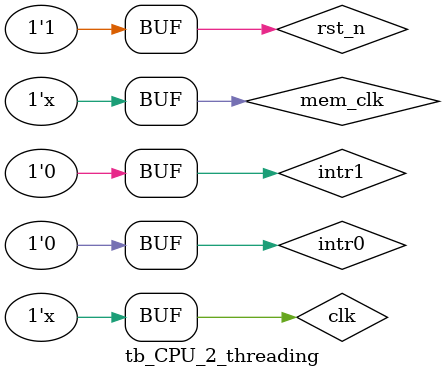
<source format=v>
module tb_CPU_2_threading;
    reg clk,mem_clk,rst_n;
    reg intr0,intr1;
    wire [31:0] pc0,inst0;
    wire [31:0] ealu0,malu0,walu0;
    wire [31:0] pc1,inst1;
    wire [31:0] ealu1,malu1,walu1;
    wire [4:0] wn;
    wire [31:0] wd;
    wire ww0;
    wire ww1;
    wire stall_lw0,stall_fp0,stall_lwc10,stall_swc10,stall_div_sqrt0;
    wire stall_lw1,stall_fp1,stall_lwc11,stall_swc11,stall_div_sqrt1;
    wire inta0,inta1;
    wire fasmds0,fasmds1;
    wire [4:0] count_div,count_sqrt;
    wire [4:0] e1n,e2n,e3n;
    wire [31:0] e3d;
    wire e;
    //wire fasmds;
    //wire inta;

    wire dt,count,wf0,wf1,wf,e1w,e2w,e3w,e1w0;
    wire st0,st1;

    initial begin
        clk<=1'b1;
        mem_clk<=1'b1;
        rst_n<=1'b0;
        intr0<=1'b0;
        intr1<=1'b0;
        #2 rst_n<=1'b1;
    end

    always #10 clk<=~clk;
    always #10 mem_clk<=~mem_clk;

    CPU_FPU_IU_2_thread CPU  (.clk(clk),.mem_clk(mem_clk),.rst_n(rst_n),
                    .pc0(pc0),.inst0(inst0),.ealu0(ealu0),.malu0(malu0),.walu0(walu0),.intr0(intr0),.inta0(inta0),.fasmds0(fasmds0),
                    .ww0(ww0),.stall_lw0(stall_lw0),.stall_fp0(stall_fp0),.stall_lwc10(stall_lwc10),.stall_swc10(stall_swc10),
                    .stall_div_sqrt0(stall_div_sqrt0),.st0(st0),

                    .pc1(pc1),.inst1(inst1),.ealu1(ealu1),.malu1(malu1),.walu1(walu1),.intr1(intr1),.inta1(inta1),.fasmds1(fasmds1),
                    .ww1(ww1),.stall_lw1(stall_lw1),.stall_fp1(stall_fp1),.stall_lwc11(stall_lwc11),.stall_swc11(stall_swc11),
                    .stall_div_sqrt1(stall_div_sqrt1),.st1(st1),

                    .count_div(count_div),.count_sqrt(count_sqrt),.e1n(e1n),.e2n(e2n),.e3n(e3n),.e3d(e3d),.e(e),.wn(wn),.wd(wd),
                    .dt(dt),.count(count),.wf0(wf0),.wf1(wf1),.wf(wf),.e1w(e1w),.e2w(e2w),.e3w(e3w),.e1w0(e1w0));
endmodule

</source>
